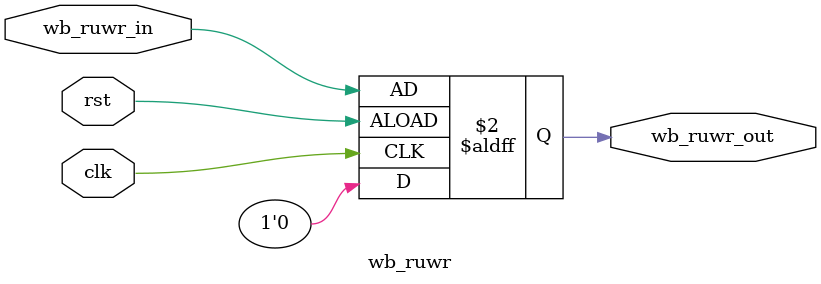
<source format=sv>
module wb_ruwr(
    input logic clk,
    input logic rst,
    input logic wb_ruwr_in = 1'b0, 
    output logic wb_ruwr_out
     
);

    always_ff @(posedge clk or negedge rst) begin
        if (rst) begin
            wb_ruwr_out <= 1'b0; 
        end else begin
            wb_ruwr_out <= wb_ruwr_in; 
        end
    end
endmodule
</source>
